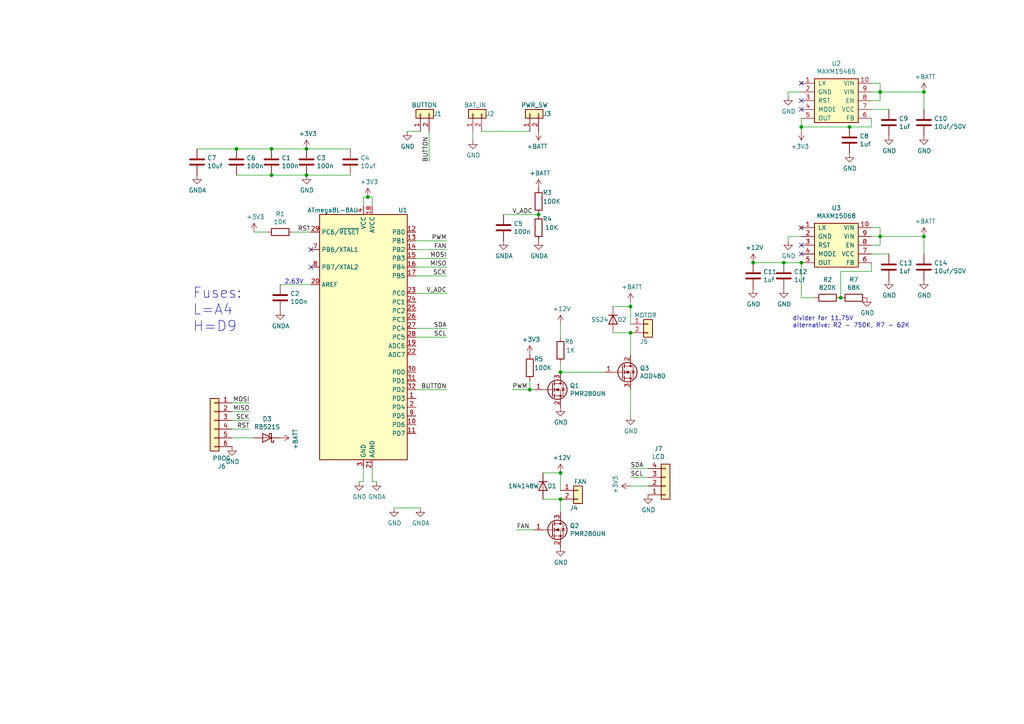
<source format=kicad_sch>
(kicad_sch (version 20230121) (generator eeschema)
  (paper "A4")
  (lib_symbols
    (symbol "ChainSawDIY-rescue:+3.3V-power" (power) (pin_names (offset 0))
      (property "Value" "+3.3V-power" (at 0 3.556 0))
      (symbol "+3.3V-power_0_1"
        (polyline (pts (xy -0.762 1.27) (xy 0 2.54)))
        (polyline (pts (xy 0 0) (xy 0 2.54)))
        (polyline (pts (xy 0 2.54) (xy 0.762 1.27)))
      )
      (symbol "+3.3V-power_1_1"
        (pin power_in line (at 0 0 90) (length 0) hide (name "+3V3") (number "1"))
      )
    )
    (symbol "ChainSawDIY-rescue:ATmega8L-8AU-MCU_Microchip_ATmega"
      (property "Reference" "U" (at -12.7 36.83 0))
      (property "Value" "MCU_Microchip_ATmega_ATmega8L-8AU" (at 5.08 -36.83 0))
      (symbol "ATmega8L-8AU-MCU_Microchip_ATmega_0_1"
        (rectangle (start -12.7 -35.56) (end 12.7 35.56) (stroke (width 0.254)) (fill (type background)))
      )
      (symbol "ATmega8L-8AU-MCU_Microchip_ATmega_1_1"
        (pin bidirectional line (at 15.24 -17.78 180) (length 2.54) (name "PD3") (number "1"))
        (pin bidirectional line (at 15.24 -25.4 180) (length 2.54) (name "PD6") (number "10"))
        (pin bidirectional line (at 15.24 -27.94 180) (length 2.54) (name "PD7") (number "11"))
        (pin bidirectional line (at 15.24 30.48 180) (length 2.54) (name "PB0") (number "12"))
        (pin bidirectional line (at 15.24 27.94 180) (length 2.54) (name "PB1") (number "13"))
        (pin bidirectional line (at 15.24 25.4 180) (length 2.54) (name "PB2") (number "14"))
        (pin bidirectional line (at 15.24 22.86 180) (length 2.54) (name "PB3") (number "15"))
        (pin bidirectional line (at 15.24 20.32 180) (length 2.54) (name "PB4") (number "16"))
        (pin bidirectional line (at 15.24 17.78 180) (length 2.54) (name "PB5") (number "17"))
        (pin power_in line (at 2.54 38.1 270) (length 2.54) (name "AVCC") (number "18"))
        (pin bidirectional line (at 15.24 -2.54 180) (length 2.54) (name "ADC6") (number "19"))
        (pin bidirectional line (at 15.24 -20.32 180) (length 2.54) (name "PD4") (number "2"))
        (pin input line (at -15.24 15.24 0) (length 2.54) (name "AREF") (number "20"))
        (pin power_in line (at 2.54 -38.1 90) (length 2.54) (name "AGND") (number "21"))
        (pin bidirectional line (at 15.24 -5.08 180) (length 2.54) (name "ADC7") (number "22"))
        (pin bidirectional line (at 15.24 12.7 180) (length 2.54) (name "PC0") (number "23"))
        (pin bidirectional line (at 15.24 10.16 180) (length 2.54) (name "PC1") (number "24"))
        (pin bidirectional line (at 15.24 7.62 180) (length 2.54) (name "PC2") (number "25"))
        (pin bidirectional line (at 15.24 5.08 180) (length 2.54) (name "PC3") (number "26"))
        (pin bidirectional line (at 15.24 2.54 180) (length 2.54) (name "PC4") (number "27"))
        (pin bidirectional line (at 15.24 0 180) (length 2.54) (name "PC5") (number "28"))
        (pin bidirectional line (at -15.24 30.48 0) (length 2.54) (name "PC6/~{RESET}") (number "29"))
        (pin power_in line (at 0 -38.1 90) (length 2.54) (name "GND") (number "3"))
        (pin bidirectional line (at 15.24 -10.16 180) (length 2.54) (name "PD0") (number "30"))
        (pin bidirectional line (at 15.24 -12.7 180) (length 2.54) (name "PD1") (number "31"))
        (pin bidirectional line (at 15.24 -15.24 180) (length 2.54) (name "PD2") (number "32"))
        (pin power_in line (at 0 38.1 270) (length 2.54) (name "VCC") (number "4"))
        (pin passive line (at 0 -38.1 90) (length 2.54) hide (name "GND") (number "5"))
        (pin passive line (at 0 38.1 270) (length 2.54) hide (name "VCC") (number "6"))
        (pin bidirectional line (at -15.24 25.4 0) (length 2.54) (name "PB6/XTAL1") (number "7"))
        (pin bidirectional line (at -15.24 20.32 0) (length 2.54) (name "PB7/XTAL2") (number "8"))
        (pin bidirectional line (at 15.24 -22.86 180) (length 2.54) (name "PD5") (number "9"))
      )
    )
    (symbol "ChainSawDIY-rescue:MAXM15465-KiCadCustomLibraries" (pin_names (offset 1.016))
      (property "Reference" "U" (at 5.08 7.62 0))
      (property "Value" "KiCadCustomLibraries_MAXM15465" (at 0 -7.62 0))
      (symbol "MAXM15465-KiCadCustomLibraries_1_1"
        (rectangle (start -6.35 6.35) (end 6.35 -6.35) (stroke (width 0.254)) (fill (type background)))
        (pin no_connect line (at -10.16 5.08 0) (length 3.81) (name "LX") (number "1"))
        (pin power_in line (at 10.16 5.08 180) (length 3.81) (name "VIN") (number "10"))
        (pin power_out line (at -10.16 2.54 0) (length 3.81) (name "GND") (number "2"))
        (pin open_collector line (at -10.16 0 0) (length 3.81) (name "RST") (number "3"))
        (pin input line (at -10.16 -2.54 0) (length 3.81) (name "MODE") (number "4"))
        (pin power_out line (at -10.16 -5.08 0) (length 3.81) (name "OUT") (number "5"))
        (pin input line (at 10.16 -5.08 180) (length 3.81) (name "FB") (number "6"))
        (pin output line (at 10.16 -2.54 180) (length 3.81) (name "VCC") (number "7"))
        (pin bidirectional line (at 10.16 0 180) (length 3.81) (name "EN") (number "8"))
        (pin power_in line (at 10.16 2.54 180) (length 3.81) (name "VIN") (number "9"))
      )
    )
    (symbol "Connector_Generic:Conn_01x02" (pin_names (offset 1.016) hide)
      (property "Reference" "J" (at 0 2.54 0))
      (property "Value" "Conn_01x02" (at 0 -5.08 0))
      (symbol "Conn_01x02_1_1"
        (rectangle (start -1.27 -2.413) (end 0 -2.667) (stroke (width 0.1524)))
        (rectangle (start -1.27 0.127) (end 0 -0.127) (stroke (width 0.1524)))
        (rectangle (start -1.27 1.27) (end 1.27 -3.81) (stroke (width 0.254)) (fill (type background)))
        (pin passive line (at -5.08 0 0) (length 3.81) (name "Pin_1") (number "1"))
        (pin passive line (at -5.08 -2.54 0) (length 3.81) (name "Pin_2") (number "2"))
      )
    )
    (symbol "Connector_Generic:Conn_01x04" (pin_names (offset 1.016) hide)
      (property "Reference" "J" (at 0 5.08 0))
      (property "Value" "Conn_01x04" (at 0 -7.62 0))
      (symbol "Conn_01x04_1_1"
        (rectangle (start -1.27 -4.953) (end 0 -5.207) (stroke (width 0.1524)))
        (rectangle (start -1.27 -2.413) (end 0 -2.667) (stroke (width 0.1524)))
        (rectangle (start -1.27 0.127) (end 0 -0.127) (stroke (width 0.1524)))
        (rectangle (start -1.27 2.667) (end 0 2.413) (stroke (width 0.1524)))
        (rectangle (start -1.27 3.81) (end 1.27 -6.35) (stroke (width 0.254)) (fill (type background)))
        (pin passive line (at -5.08 2.54 0) (length 3.81) (name "Pin_1") (number "1"))
        (pin passive line (at -5.08 0 0) (length 3.81) (name "Pin_2") (number "2"))
        (pin passive line (at -5.08 -2.54 0) (length 3.81) (name "Pin_3") (number "3"))
        (pin passive line (at -5.08 -5.08 0) (length 3.81) (name "Pin_4") (number "4"))
      )
    )
    (symbol "Connector_Generic:Conn_01x06" (pin_names (offset 1.016) hide)
      (property "Reference" "J" (at 0 7.62 0))
      (property "Value" "Conn_01x06" (at 0 -10.16 0))
      (symbol "Conn_01x06_1_1"
        (rectangle (start -1.27 -7.493) (end 0 -7.747) (stroke (width 0.1524)))
        (rectangle (start -1.27 -4.953) (end 0 -5.207) (stroke (width 0.1524)))
        (rectangle (start -1.27 -2.413) (end 0 -2.667) (stroke (width 0.1524)))
        (rectangle (start -1.27 0.127) (end 0 -0.127) (stroke (width 0.1524)))
        (rectangle (start -1.27 2.667) (end 0 2.413) (stroke (width 0.1524)))
        (rectangle (start -1.27 5.207) (end 0 4.953) (stroke (width 0.1524)))
        (rectangle (start -1.27 6.35) (end 1.27 -8.89) (stroke (width 0.254)) (fill (type background)))
        (pin passive line (at -5.08 5.08 0) (length 3.81) (name "Pin_1") (number "1"))
        (pin passive line (at -5.08 2.54 0) (length 3.81) (name "Pin_2") (number "2"))
        (pin passive line (at -5.08 0 0) (length 3.81) (name "Pin_3") (number "3"))
        (pin passive line (at -5.08 -2.54 0) (length 3.81) (name "Pin_4") (number "4"))
        (pin passive line (at -5.08 -5.08 0) (length 3.81) (name "Pin_5") (number "5"))
        (pin passive line (at -5.08 -7.62 0) (length 3.81) (name "Pin_6") (number "6"))
      )
    )
    (symbol "Device:C" (pin_numbers hide) (pin_names (offset 0.254))
      (property "Reference" "C" (at 0.635 2.54 0))
      (property "Value" "C" (at 0.635 -2.54 0))
      (symbol "C_0_1"
        (polyline (pts (xy -2.032 -0.762) (xy 2.032 -0.762)) (stroke (width 0.508)))
        (polyline (pts (xy -2.032 0.762) (xy 2.032 0.762)) (stroke (width 0.508)))
      )
      (symbol "C_1_1"
        (pin passive line (at 0 3.81 270) (length 2.794) (name "~") (number "1"))
        (pin passive line (at 0 -3.81 90) (length 2.794) (name "~") (number "2"))
      )
    )
    (symbol "Device:D" (pin_numbers hide) (pin_names (offset 1.016) hide)
      (property "Reference" "D" (at 0 2.54 0))
      (property "Value" "D" (at 0 -2.54 0))
      (symbol "D_0_1"
        (polyline (pts (xy -1.27 1.27) (xy -1.27 -1.27)) (stroke (width 0.254)))
        (polyline (pts (xy 1.27 0) (xy -1.27 0)))
        (polyline (pts (xy 1.27 1.27) (xy 1.27 -1.27) (xy -1.27 0) (xy 1.27 1.27)) (stroke (width 0.254)))
      )
      (symbol "D_1_1"
        (pin passive line (at -3.81 0 0) (length 2.54) (name "K") (number "1"))
        (pin passive line (at 3.81 0 180) (length 2.54) (name "A") (number "2"))
      )
    )
    (symbol "Device:D_Schottky" (pin_numbers hide) (pin_names (offset 1.016) hide)
      (property "Reference" "D" (at 0 2.54 0))
      (property "Value" "D_Schottky" (at 0 -2.54 0))
      (symbol "D_Schottky_0_1"
        (polyline (pts (xy 1.27 0) (xy -1.27 0)))
        (polyline (pts (xy 1.27 1.27) (xy 1.27 -1.27) (xy -1.27 0) (xy 1.27 1.27)) (stroke (width 0.254)))
        (polyline (pts (xy -1.905 0.635) (xy -1.905 1.27) (xy -1.27 1.27) (xy -1.27 -1.27) (xy -0.635 -1.27) (xy -0.635 -0.635)) (stroke (width 0.254)))
      )
      (symbol "D_Schottky_1_1"
        (pin passive line (at -3.81 0 0) (length 2.54) (name "K") (number "1"))
        (pin passive line (at 3.81 0 180) (length 2.54) (name "A") (number "2"))
      )
    )
    (symbol "Device:Q_NMOS_GSD" (pin_names (offset 0) hide)
      (property "Reference" "Q" (at 5.08 1.27 0))
      (property "Value" "Q_NMOS_GSD" (at 5.08 -1.27 0))
      (symbol "Q_NMOS_GSD_0_1"
        (polyline (pts (xy 0.254 0) (xy -2.54 0)))
        (polyline (pts (xy 0.254 1.905) (xy 0.254 -1.905)) (stroke (width 0.254)))
        (polyline (pts (xy 0.762 -1.27) (xy 0.762 -2.286)) (stroke (width 0.254)))
        (polyline (pts (xy 0.762 0.508) (xy 0.762 -0.508)) (stroke (width 0.254)))
        (polyline (pts (xy 0.762 2.286) (xy 0.762 1.27)) (stroke (width 0.254)))
        (polyline (pts (xy 2.54 2.54) (xy 2.54 1.778)))
        (polyline (pts (xy 2.54 -2.54) (xy 2.54 0) (xy 0.762 0)))
        (polyline (pts (xy 0.762 -1.778) (xy 3.302 -1.778) (xy 3.302 1.778) (xy 0.762 1.778)))
        (polyline (pts (xy 1.016 0) (xy 2.032 0.381) (xy 2.032 -0.381) (xy 1.016 0)) (fill (type outline)))
        (polyline (pts (xy 2.794 0.508) (xy 2.921 0.381) (xy 3.683 0.381) (xy 3.81 0.254)))
        (polyline (pts (xy 3.302 0.381) (xy 2.921 -0.254) (xy 3.683 -0.254) (xy 3.302 0.381)))
        (circle (center 1.651 0) (radius 2.794) (stroke (width 0.254)))
        (circle (center 2.54 -1.778) (radius 0.254) (fill (type outline)))
        (circle (center 2.54 1.778) (radius 0.254) (fill (type outline)))
      )
      (symbol "Q_NMOS_GSD_1_1"
        (pin input line (at -5.08 0 0) (length 2.54) (name "G") (number "1"))
        (pin passive line (at 2.54 -5.08 90) (length 2.54) (name "S") (number "2"))
        (pin passive line (at 2.54 5.08 270) (length 2.54) (name "D") (number "3"))
      )
    )
    (symbol "Device:R" (pin_numbers hide) (pin_names (offset 0))
      (property "Reference" "R" (at 2.032 0 90))
      (property "Value" "R" (at 0 0 90))
      (symbol "R_0_1"
        (rectangle (start -1.016 -2.54) (end 1.016 2.54) (stroke (width 0.254)))
      )
      (symbol "R_1_1"
        (pin passive line (at 0 3.81 270) (length 1.27) (name "~") (number "1"))
        (pin passive line (at 0 -3.81 90) (length 1.27) (name "~") (number "2"))
      )
    )
    (symbol "Transistor_FET:IRLZ44N" (pin_names hide)
      (property "Reference" "Q" (at 6.35 1.905 0))
      (property "Value" "IRLZ44N" (at 6.35 0 0))
      (symbol "IRLZ44N_0_1"
        (polyline (pts (xy 0.254 0) (xy -2.54 0)))
        (polyline (pts (xy 0.254 1.905) (xy 0.254 -1.905)) (stroke (width 0.254)))
        (polyline (pts (xy 0.762 -1.27) (xy 0.762 -2.286)) (stroke (width 0.254)))
        (polyline (pts (xy 0.762 0.508) (xy 0.762 -0.508)) (stroke (width 0.254)))
        (polyline (pts (xy 0.762 2.286) (xy 0.762 1.27)) (stroke (width 0.254)))
        (polyline (pts (xy 2.54 2.54) (xy 2.54 1.778)))
        (polyline (pts (xy 2.54 -2.54) (xy 2.54 0) (xy 0.762 0)))
        (polyline (pts (xy 0.762 -1.778) (xy 3.302 -1.778) (xy 3.302 1.778) (xy 0.762 1.778)))
        (polyline (pts (xy 1.016 0) (xy 2.032 0.381) (xy 2.032 -0.381) (xy 1.016 0)) (fill (type outline)))
        (polyline (pts (xy 2.794 0.508) (xy 2.921 0.381) (xy 3.683 0.381) (xy 3.81 0.254)))
        (polyline (pts (xy 3.302 0.381) (xy 2.921 -0.254) (xy 3.683 -0.254) (xy 3.302 0.381)))
        (circle (center 1.651 0) (radius 2.794) (stroke (width 0.254)))
        (circle (center 2.54 -1.778) (radius 0.254) (fill (type outline)))
        (circle (center 2.54 1.778) (radius 0.254) (fill (type outline)))
      )
      (symbol "IRLZ44N_1_1"
        (pin input line (at -5.08 0 0) (length 2.54) (name "G") (number "1"))
        (pin passive line (at 2.54 5.08 270) (length 2.54) (name "D") (number "2"))
        (pin passive line (at 2.54 -5.08 90) (length 2.54) (name "S") (number "3"))
      )
    )
    (symbol "power:+12V" (power) (pin_names (offset 0))
      (property "Value" "+12V" (at 0 3.556 0))
      (symbol "+12V_0_1"
        (polyline (pts (xy -0.762 1.27) (xy 0 2.54)))
        (polyline (pts (xy 0 0) (xy 0 2.54)))
        (polyline (pts (xy 0 2.54) (xy 0.762 1.27)))
      )
      (symbol "+12V_1_1"
        (pin power_in line (at 0 0 90) (length 0) hide (name "+12V") (number "1"))
      )
    )
    (symbol "power:+BATT" (power) (pin_names (offset 0))
      (property "Value" "+BATT" (at 0 3.556 0))
      (symbol "+BATT_0_1"
        (polyline (pts (xy -0.762 1.27) (xy 0 2.54)))
        (polyline (pts (xy 0 0) (xy 0 2.54)))
        (polyline (pts (xy 0 2.54) (xy 0.762 1.27)))
      )
      (symbol "+BATT_1_1"
        (pin power_in line (at 0 0 90) (length 0) hide (name "+BATT") (number "1"))
      )
    )
    (symbol "power:GND" (power) (pin_names (offset 0))
      (property "Value" "GND" (at 0 -3.81 0))
      (symbol "GND_0_1"
        (polyline (pts (xy 0 0) (xy 0 -1.27) (xy 1.27 -1.27) (xy 0 -2.54) (xy -1.27 -1.27) (xy 0 -1.27)))
      )
      (symbol "GND_1_1"
        (pin power_in line (at 0 0 270) (length 0) hide (name "GND") (number "1"))
      )
    )
    (symbol "power:GNDA" (power) (pin_names (offset 0))
      (property "Value" "GNDA" (at 0 -3.81 0))
      (symbol "GNDA_0_1"
        (polyline (pts (xy 0 0) (xy 0 -1.27) (xy 1.27 -1.27) (xy 0 -2.54) (xy -1.27 -1.27) (xy 0 -1.27)))
      )
      (symbol "GNDA_1_1"
        (pin power_in line (at 0 0 270) (length 0) hide (name "GNDA") (number "1"))
      )
    )
  )
  (junction (at 232.41 36.83))
  (junction (at 162.56 137.16))
  (junction (at 68.58 43.18))
  (junction (at 232.41 76.2))
  (junction (at 153.67 113.03))
  (junction (at 246.38 36.83))
  (junction (at 243.84 86.36))
  (junction (at 218.44 76.2))
  (junction (at 162.56 107.95))
  (junction (at 156.21 62.23))
  (junction (at 267.97 26.67))
  (junction (at 78.74 50.8))
  (junction (at 106.68 57.15))
  (junction (at 182.88 88.9))
  (junction (at 267.97 68.58))
  (junction (at 78.74 43.18))
  (junction (at 182.88 96.52))
  (junction (at 255.27 26.67))
  (junction (at 88.9 43.18))
  (junction (at 88.9 50.8))
  (junction (at 227.33 76.2))
  (junction (at 162.56 144.78))
  (junction (at 255.27 68.58))
  (no_connect (at 232.41 71.12))
  (no_connect (at 232.41 29.21))
  (no_connect (at 232.41 31.75))
  (no_connect (at 232.41 66.04))
  (no_connect (at 90.17 77.47))
  (no_connect (at 90.17 72.39))
  (no_connect (at 232.41 73.66))
  (no_connect (at 232.41 24.13))
  (wire (pts (xy 255.27 24.13) (xy 255.27 26.67)))
  (wire (pts (xy 255.27 71.12) (xy 252.73 71.12)))
  (wire (pts (xy 106.68 57.15) (xy 107.95 57.15)))
  (wire (pts (xy 162.56 105.41) (xy 162.56 107.95)))
  (wire (pts (xy 72.39 121.92) (xy 67.31 121.92)))
  (wire (pts (xy 78.74 43.18) (xy 88.9 43.18)))
  (wire (pts (xy 154.94 113.03) (xy 153.67 113.03)))
  (wire (pts (xy 78.74 50.8) (xy 88.9 50.8)))
  (wire (pts (xy 228.6 27.94) (xy 228.6 26.67)))
  (wire (pts (xy 153.67 113.03) (xy 148.59 113.03)))
  (wire (pts (xy 90.17 67.31) (xy 85.09 67.31)))
  (wire (pts (xy 118.11 38.1) (xy 121.92 38.1)))
  (wire (pts (xy 177.8 96.52) (xy 182.88 96.52)))
  (wire (pts (xy 121.92 147.32) (xy 114.3 147.32)))
  (wire (pts (xy 218.44 76.2) (xy 227.33 76.2)))
  (wire (pts (xy 232.41 34.29) (xy 232.41 36.83)))
  (wire (pts (xy 120.65 85.09) (xy 129.54 85.09)))
  (wire (pts (xy 267.97 73.66) (xy 267.97 68.58)))
  (wire (pts (xy 182.88 96.52) (xy 182.88 102.87)))
  (wire (pts (xy 267.97 68.58) (xy 255.27 68.58)))
  (wire (pts (xy 107.95 135.89) (xy 107.95 139.7)))
  (wire (pts (xy 267.97 31.75) (xy 267.97 26.67)))
  (wire (pts (xy 90.17 82.55) (xy 81.28 82.55)))
  (wire (pts (xy 182.88 88.9) (xy 182.88 93.98)))
  (wire (pts (xy 105.41 135.89) (xy 105.41 139.7)))
  (wire (pts (xy 252.73 26.67) (xy 255.27 26.67)))
  (wire (pts (xy 105.41 57.15) (xy 106.68 57.15)))
  (wire (pts (xy 246.38 36.83) (xy 252.73 36.83)))
  (wire (pts (xy 120.65 72.39) (xy 129.54 72.39)))
  (wire (pts (xy 68.58 50.8) (xy 78.74 50.8)))
  (wire (pts (xy 232.41 86.36) (xy 232.41 76.2)))
  (wire (pts (xy 120.65 97.79) (xy 129.54 97.79)))
  (wire (pts (xy 107.95 57.15) (xy 107.95 59.69)))
  (wire (pts (xy 187.96 138.43) (xy 182.88 138.43)))
  (wire (pts (xy 129.54 77.47) (xy 120.65 77.47)))
  (wire (pts (xy 252.73 68.58) (xy 255.27 68.58)))
  (wire (pts (xy 120.65 113.03) (xy 129.54 113.03)))
  (wire (pts (xy 77.47 67.31) (xy 73.66 67.31)))
  (wire (pts (xy 154.94 153.67) (xy 149.86 153.67)))
  (wire (pts (xy 73.66 127) (xy 67.31 127)))
  (wire (pts (xy 255.27 26.67) (xy 255.27 29.21)))
  (wire (pts (xy 88.9 43.18) (xy 101.6 43.18)))
  (wire (pts (xy 255.27 29.21) (xy 252.73 29.21)))
  (wire (pts (xy 252.73 78.74) (xy 243.84 78.74)))
  (wire (pts (xy 252.73 66.04) (xy 255.27 66.04)))
  (wire (pts (xy 162.56 107.95) (xy 175.26 107.95)))
  (wire (pts (xy 120.65 74.93) (xy 129.54 74.93)))
  (wire (pts (xy 105.41 139.7) (xy 104.14 139.7)))
  (wire (pts (xy 156.21 62.23) (xy 146.05 62.23)))
  (wire (pts (xy 255.27 68.58) (xy 255.27 71.12)))
  (wire (pts (xy 139.7 38.1) (xy 153.67 38.1)))
  (wire (pts (xy 252.73 36.83) (xy 252.73 34.29)))
  (wire (pts (xy 177.8 88.9) (xy 182.88 88.9)))
  (wire (pts (xy 153.67 110.49) (xy 153.67 113.03)))
  (wire (pts (xy 232.41 36.83) (xy 246.38 36.83)))
  (wire (pts (xy 57.15 43.18) (xy 68.58 43.18)))
  (wire (pts (xy 88.9 50.8) (xy 101.6 50.8)))
  (wire (pts (xy 120.65 80.01) (xy 129.54 80.01)))
  (wire (pts (xy 162.56 93.98) (xy 162.56 97.79)))
  (wire (pts (xy 137.16 38.1) (xy 137.16 40.64)))
  (wire (pts (xy 68.58 43.18) (xy 78.74 43.18)))
  (wire (pts (xy 157.48 137.16) (xy 162.56 137.16)))
  (wire (pts (xy 162.56 144.78) (xy 162.56 148.59)))
  (wire (pts (xy 232.41 76.2) (xy 227.33 76.2)))
  (wire (pts (xy 252.73 24.13) (xy 255.27 24.13)))
  (wire (pts (xy 236.22 86.36) (xy 232.41 86.36)))
  (wire (pts (xy 228.6 68.58) (xy 232.41 68.58)))
  (wire (pts (xy 107.95 139.7) (xy 109.22 139.7)))
  (wire (pts (xy 228.6 26.67) (xy 232.41 26.67)))
  (wire (pts (xy 243.84 78.74) (xy 243.84 86.36)))
  (wire (pts (xy 124.46 38.1) (xy 124.46 46.99)))
  (wire (pts (xy 228.6 69.85) (xy 228.6 68.58)))
  (wire (pts (xy 267.97 26.67) (xy 255.27 26.67)))
  (wire (pts (xy 187.96 135.89) (xy 182.88 135.89)))
  (wire (pts (xy 120.65 69.85) (xy 129.54 69.85)))
  (wire (pts (xy 187.96 140.97) (xy 182.88 140.97)))
  (wire (pts (xy 162.56 137.16) (xy 162.56 142.24)))
  (wire (pts (xy 67.31 119.38) (xy 72.39 119.38)))
  (wire (pts (xy 232.41 36.83) (xy 232.41 38.1)))
  (wire (pts (xy 252.73 78.74) (xy 252.73 76.2)))
  (wire (pts (xy 182.88 113.03) (xy 182.88 120.65)))
  (wire (pts (xy 252.73 73.66) (xy 257.81 73.66)))
  (wire (pts (xy 162.56 144.78) (xy 157.48 144.78)))
  (wire (pts (xy 129.54 95.25) (xy 120.65 95.25)))
  (wire (pts (xy 182.88 87.63) (xy 182.88 88.9)))
  (wire (pts (xy 105.41 57.15) (xy 105.41 59.69)))
  (wire (pts (xy 67.31 124.46) (xy 72.39 124.46)))
  (wire (pts (xy 67.31 116.84) (xy 72.39 116.84)))
  (wire (pts (xy 252.73 31.75) (xy 257.81 31.75)))
  (wire (pts (xy 255.27 66.04) (xy 255.27 68.58)))
  (text "divider for 11.75V\nalternative: R2 - 750K, R7 - 62K" (at 229.87 95.25 0) (effects (font (size 1.27 1.27)) (justify left bottom)))
  (text "Fuses:\nL=A4\nH=D9" (at 55.88 96.52 0) (effects (font (size 2.9972 2.9972)) (justify left bottom)))
  (text "2.63V" (at 82.55 82.55 0) (effects (font (size 1.27 1.27)) (justify left bottom)))
  (label "SCK" (at 129.54 80.01 180))
  (label "SCK" (at 72.39 121.92 180))
  (label "FAN" (at 149.86 153.67 0))
  (label "SCL" (at 129.54 97.79 180))
  (label "SCL" (at 182.88 138.43 0))
  (label "SDA" (at 129.54 95.25 180))
  (label "FAN" (at 129.54 72.39 180))
  (label "BUTTON" (at 129.54 113.03 180))
  (label "PWM" (at 129.54 69.85 180))
  (label "MOSI" (at 72.39 116.84 180))
  (label "MISO" (at 129.54 77.47 180))
  (label "RST" (at 72.39 124.46 180))
  (label "V_ADC" (at 129.54 85.09 180))
  (label "SDA" (at 182.88 135.89 0))
  (label "PWM" (at 148.59 113.03 0))
  (label "RST" (at 86.36 67.31 0))
  (label "MISO" (at 72.39 119.38 180))
  (label "MOSI" (at 129.54 74.93 180))
  (label "BUTTON" (at 124.46 46.99 90))
  (label "V_ADC" (at 148.59 62.23 0))
  (symbol (lib_id "Transistor_FET:IRLZ44N") (at 180.34 107.95 0) (unit 1)
    (property "Reference" "Q3" (at 185.5724 106.7816 0) (effects (justify left)))
    (property "Value" "AOD480" (at 185.5724 109.093 0) (effects (justify left)))
    (property "Footprint" "TO_SOT_Packages_SMD:TO-252-2_Rectifier" (effects hide))
    (property "Datasheet" "http://www.irf.com/product-info/datasheets/data/irlz44n.pdf" (effects hide))
  )
  (symbol (lib_id "ChainSawDIY-rescue:ATmega8L-8AU-MCU_Microchip_ATmega") (at 105.41 97.79 0) (unit 1)
    (property "Reference" "U1" (at 116.84 60.96 0))
    (property "Value" "ATmega8L-8AU" (at 96.52 60.96 0))
    (property "Footprint" "Housings_QFP:LQFP-32_7x7mm_Pitch0.8mm" (effects hide))
    (property "Datasheet" "http://ww1.microchip.com/downloads/en/DeviceDoc/atmel-2486-8-bit-avr-microcontroller-atmega8_l_datasheet.pdf" (effects hide))
  )
  (symbol (lib_id "Device:C") (at 88.9 46.99 0) (unit 1)
    (property "Reference" "C3" (at 91.821 45.8216 0) (effects (justify left)))
    (property "Value" "100n" (at 91.821 48.133 0) (effects (justify left)))
    (property "Footprint" "Capacitors_SMD:C_0603" (effects hide))
  )
  (symbol (lib_id "Device:C") (at 78.74 46.99 0) (unit 1)
    (property "Reference" "C1" (at 81.661 45.8216 0) (effects (justify left)))
    (property "Value" "100n" (at 81.661 48.133 0) (effects (justify left)))
    (property "Footprint" "Capacitors_SMD:C_0603" (effects hide))
  )
  (symbol (lib_id "Device:C") (at 101.6 46.99 0) (unit 1)
    (property "Reference" "C4" (at 104.521 45.8216 0) (effects (justify left)))
    (property "Value" "10uf" (at 104.521 48.133 0) (effects (justify left)))
    (property "Footprint" "Capacitors_SMD:C_0603" (effects hide))
  )
  (symbol (lib_id "power:GND") (at 88.9 50.8 0) (unit 1)
    (property "Reference" "#PWR0101" (effects hide))
    (property "Value" "GND" (at 89.027 55.1942 0))
  )
  (symbol (lib_id "power:GND") (at 104.14 139.7 0) (unit 1)
    (property "Reference" "#PWR0103" (effects hide))
    (property "Value" "GND" (at 104.267 144.0942 0))
  )
  (symbol (lib_id "Device:C") (at 81.28 86.36 0) (unit 1)
    (property "Reference" "C2" (at 84.201 85.1916 0) (effects (justify left)))
    (property "Value" "100n" (at 84.201 87.503 0) (effects (justify left)))
    (property "Footprint" "Capacitors_SMD:C_0603" (effects hide))
  )
  (symbol (lib_id "Device:R") (at 81.28 67.31 90) (unit 1)
    (property "Reference" "R1" (at 81.28 62.0522 90))
    (property "Value" "10K" (at 81.28 64.3636 90))
    (property "Footprint" "Resistors_SMD:R_0603" (effects hide))
  )
  (symbol (lib_id "power:GNDA") (at 109.22 139.7 0) (unit 1)
    (property "Reference" "#PWR0102" (effects hide))
    (property "Value" "GNDA" (at 109.347 144.0942 0))
  )
  (symbol (lib_id "power:GND") (at 114.3 147.32 0) (unit 1)
    (property "Reference" "#PWR0104" (effects hide))
    (property "Value" "GND" (at 114.427 151.7142 0))
  )
  (symbol (lib_id "power:GNDA") (at 121.92 147.32 0) (unit 1)
    (property "Reference" "#PWR0105" (effects hide))
    (property "Value" "GNDA" (at 122.047 151.7142 0))
  )
  (symbol (lib_id "power:GNDA") (at 81.28 90.17 0) (unit 1)
    (property "Reference" "#PWR0106" (effects hide))
    (property "Value" "GNDA" (at 81.407 94.5642 0))
  )
  (symbol (lib_id "Device:R") (at 156.21 58.42 0) (unit 1)
    (property "Reference" "R3" (at 158.75 55.88 0))
    (property "Value" "100K" (at 160.02 58.42 0))
    (property "Footprint" "Resistors_SMD:R_0603" (effects hide))
  )
  (symbol (lib_id "Device:R") (at 156.21 66.04 0) (unit 1)
    (property "Reference" "R4" (at 158.75 63.5 0))
    (property "Value" "10K" (at 160.02 66.04 0))
    (property "Footprint" "Resistors_SMD:R_0603" (effects hide))
  )
  (symbol (lib_id "power:GNDA") (at 156.21 69.85 0) (unit 1)
    (property "Reference" "#PWR0120" (effects hide))
    (property "Value" "GNDA" (at 156.337 74.2442 0))
  )
  (symbol (lib_id "power:+BATT") (at 156.21 54.61 0) (unit 1)
    (property "Reference" "#PWR0121" (effects hide))
    (property "Value" "+BATT" (at 156.591 50.2158 0))
  )
  (symbol (lib_id "Device:C") (at 146.05 66.04 0) (unit 1)
    (property "Reference" "C5" (at 148.971 64.8716 0) (effects (justify left)))
    (property "Value" "100n" (at 148.971 67.183 0) (effects (justify left)))
    (property "Footprint" "Capacitors_SMD:C_0603" (effects hide))
  )
  (symbol (lib_id "power:GNDA") (at 146.05 69.85 0) (unit 1)
    (property "Reference" "#PWR0122" (effects hide))
    (property "Value" "GNDA" (at 146.177 74.2442 0))
  )
  (symbol (lib_id "Device:Q_NMOS_GSD") (at 160.02 113.03 0) (unit 1)
    (property "Reference" "Q1" (at 165.2524 111.8616 0) (effects (justify left)))
    (property "Value" "PMR280UN" (at 165.2524 114.173 0) (effects (justify left)))
    (property "Footprint" "KiCadCustomLibs:SC75-3" (effects hide))
  )
  (symbol (lib_id "Device:R") (at 162.56 101.6 0) (unit 1)
    (property "Reference" "R6" (at 165.1 99.06 0))
    (property "Value" "1K" (at 165.5064 101.6 0))
    (property "Footprint" "Resistors_SMD:R_0603" (effects hide))
  )
  (symbol (lib_id "power:+12V") (at 162.56 93.98 0) (unit 1)
    (property "Reference" "#PWR0107" (effects hide))
    (property "Value" "+12V" (at 162.941 89.5858 0))
  )
  (symbol (lib_id "power:GND") (at 162.56 118.11 0) (unit 1)
    (property "Reference" "#PWR0108" (effects hide))
    (property "Value" "GND" (at 162.687 122.5042 0))
  )
  (symbol (lib_id "power:GND") (at 182.88 120.65 0) (unit 1)
    (property "Reference" "#PWR0109" (effects hide))
    (property "Value" "GND" (at 183.007 125.0442 0))
  )
  (symbol (lib_id "Connector_Generic:Conn_01x02") (at 153.67 33.02 90) (unit 1)
    (property "Reference" "J3" (at 157.48 33.02 90) (effects (justify right)))
    (property "Value" "PWR_SW" (at 151.13 30.48 90) (effects (justify right)))
    (property "Footprint" "KiCadCustomLibs:Conn_Power" (effects hide))
  )
  (symbol (lib_id "Connector_Generic:Conn_01x02") (at 137.16 33.02 90) (unit 1)
    (property "Reference" "J2" (at 140.97 33.02 90) (effects (justify right)))
    (property "Value" "BAT_IN" (at 134.62 30.48 90) (effects (justify right)))
    (property "Footprint" "KiCadCustomLibs:Conn_Power" (effects hide))
  )
  (symbol (lib_id "power:GND") (at 137.16 40.64 0) (unit 1)
    (property "Reference" "#PWR0110" (effects hide))
    (property "Value" "GND" (at 137.287 45.0342 0))
  )
  (symbol (lib_id "power:+BATT") (at 156.21 38.1 180) (unit 1)
    (property "Reference" "#PWR0111" (effects hide))
    (property "Value" "+BATT" (at 155.829 42.4942 0))
  )
  (symbol (lib_id "Connector_Generic:Conn_01x02") (at 187.96 93.98 0) (unit 1)
    (property "Reference" "J5" (at 187.96 99.06 0) (effects (justify right)))
    (property "Value" "MOTOR" (at 190.5 91.44 0) (effects (justify right)))
    (property "Footprint" "KiCadCustomLibs:Conn_Power" (effects hide))
  )
  (symbol (lib_id "power:+BATT") (at 182.88 87.63 0) (unit 1)
    (property "Reference" "#PWR0112" (effects hide))
    (property "Value" "+BATT" (at 183.261 83.2358 0))
  )
  (symbol (lib_id "Device:R") (at 153.67 106.68 0) (unit 1)
    (property "Reference" "R5" (at 156.21 104.14 0))
    (property "Value" "100K" (at 157.48 106.68 0))
    (property "Footprint" "Resistors_SMD:R_0603" (effects hide))
  )
  (symbol (lib_id "Connector_Generic:Conn_01x02") (at 121.92 33.02 90) (unit 1)
    (property "Reference" "J1" (at 125.73 33.02 90) (effects (justify right)))
    (property "Value" "BUTTON" (at 119.38 30.48 90) (effects (justify right)))
    (property "Footprint" "KiCadCustomLibs:Conn2pin_2.54mm" (effects hide))
  )
  (symbol (lib_id "power:GND") (at 118.11 38.1 0) (unit 1)
    (property "Reference" "#PWR0113" (effects hide))
    (property "Value" "GND" (at 118.237 42.4942 0))
  )
  (symbol (lib_id "Device:Q_NMOS_GSD") (at 160.02 153.67 0) (unit 1)
    (property "Reference" "Q2" (at 165.2524 152.5016 0) (effects (justify left)))
    (property "Value" "PMR280UN" (at 165.2524 154.813 0) (effects (justify left)))
    (property "Footprint" "KiCadCustomLibs:SC75-3" (effects hide))
  )
  (symbol (lib_id "Connector_Generic:Conn_01x02") (at 167.64 142.24 0) (unit 1)
    (property "Reference" "J4" (at 167.64 147.32 0) (effects (justify right)))
    (property "Value" "FAN" (at 170.18 139.7 0) (effects (justify right)))
    (property "Footprint" "KiCadCustomLibs:Conn2pin_2.54mm" (effects hide))
  )
  (symbol (lib_id "power:+12V") (at 162.56 137.16 0) (unit 1)
    (property "Reference" "#PWR0114" (effects hide))
    (property "Value" "+12V" (at 162.941 132.7658 0))
  )
  (symbol (lib_id "power:GND") (at 162.56 158.75 0) (unit 1)
    (property "Reference" "#PWR0115" (effects hide))
    (property "Value" "GND" (at 162.687 163.1442 0))
  )
  (symbol (lib_id "Connector_Generic:Conn_01x04") (at 193.04 140.97 0) (mirror x) (unit 1)
    (property "Reference" "J7" (at 190.9572 130.175 0))
    (property "Value" "LCD" (at 190.9572 132.4864 0))
    (property "Footprint" "Pin_Headers:Pin_Header_Straight_1x04_Pitch2.54mm" (effects hide))
  )
  (symbol (lib_id "Connector_Generic:Conn_01x06") (at 62.23 121.92 0) (mirror y) (unit 1)
    (property "Reference" "J6" (at 64.3128 135.255 0))
    (property "Value" "PROG" (at 64.3128 132.9436 0))
    (property "Footprint" "Connectors_Molex:Molex_PicoBlade_53047-0610_06x1.25mm_Straight" (effects hide))
  )
  (symbol (lib_id "power:GND") (at 187.96 143.51 0) (unit 1)
    (property "Reference" "#PWR0123" (effects hide))
    (property "Value" "GND" (at 188.087 147.9042 0))
  )
  (symbol (lib_id "ChainSawDIY-rescue:+3.3V-power") (at 182.88 140.97 90) (unit 1)
    (property "Reference" "#PWR0124" (effects hide))
    (property "Value" "+3.3V" (at 178.4858 140.589 0))
  )
  (symbol (lib_id "Device:D") (at 157.48 140.97 270) (unit 1)
    (property "Reference" "D1" (at 158.75 140.97 90) (effects (justify left)))
    (property "Value" "1N4148W" (at 147.32 140.97 90) (effects (justify left)))
    (property "Footprint" "Diodes_SMD:D_SOD-123" (effects hide))
  )
  (symbol (lib_id "power:GND") (at 67.31 129.54 0) (unit 1)
    (property "Reference" "#PWR0126" (effects hide))
    (property "Value" "GND" (at 67.437 133.9342 0))
  )
  (symbol (lib_id "Device:D") (at 177.8 92.71 270) (unit 1)
    (property "Reference" "D2" (at 179.07 92.71 90) (effects (justify left)))
    (property "Value" "SS24" (at 171.45 92.71 90) (effects (justify left)))
    (property "Footprint" "Diodes_SMD:D_SMB" (effects hide))
  )
  (symbol (lib_id "ChainSawDIY-rescue:+3.3V-power") (at 73.66 67.31 0) (unit 1)
    (property "Reference" "#PWR0116" (effects hide))
    (property "Value" "+3.3V" (at 74.041 62.9158 0))
  )
  (symbol (lib_id "ChainSawDIY-rescue:+3.3V-power") (at 88.9 43.18 0) (unit 1)
    (property "Reference" "#PWR0117" (effects hide))
    (property "Value" "+3.3V" (at 89.281 38.7858 0))
  )
  (symbol (lib_id "ChainSawDIY-rescue:+3.3V-power") (at 153.67 102.87 0) (unit 1)
    (property "Reference" "#PWR0118" (effects hide))
    (property "Value" "+3.3V" (at 154.051 98.4758 0))
  )
  (symbol (lib_id "ChainSawDIY-rescue:+3.3V-power") (at 106.68 57.15 0) (unit 1)
    (property "Reference" "#PWR0119" (effects hide))
    (property "Value" "+3.3V" (at 107.061 52.7558 0))
  )
  (symbol (lib_id "Device:C") (at 68.58 46.99 0) (unit 1)
    (property "Reference" "C6" (at 71.501 45.8216 0) (effects (justify left)))
    (property "Value" "100n" (at 71.501 48.133 0) (effects (justify left)))
    (property "Footprint" "Capacitors_SMD:C_0603" (effects hide))
  )
  (symbol (lib_id "Device:C") (at 57.15 46.99 0) (unit 1)
    (property "Reference" "C7" (at 60.071 45.8216 0) (effects (justify left)))
    (property "Value" "10uf" (at 60.071 48.133 0) (effects (justify left)))
    (property "Footprint" "Capacitors_SMD:C_0603" (effects hide))
  )
  (symbol (lib_id "power:GNDA") (at 57.15 50.8 0) (unit 1)
    (property "Reference" "#PWR0128" (effects hide))
    (property "Value" "GNDA" (at 57.277 55.1942 0))
  )
  (symbol (lib_id "ChainSawDIY-rescue:+3.3V-power") (at 232.41 38.1 180) (unit 1)
    (property "Reference" "#PWR0130" (effects hide))
    (property "Value" "+3.3V" (at 232.029 42.4942 0))
  )
  (symbol (lib_id "Device:C") (at 257.81 35.56 0) (unit 1)
    (property "Reference" "C9" (at 260.731 34.3916 0) (effects (justify left)))
    (property "Value" "1uf" (at 260.731 36.703 0) (effects (justify left)))
    (property "Footprint" "Capacitors_SMD:C_0603" (effects hide))
  )
  (symbol (lib_id "power:GND") (at 257.81 39.37 0) (unit 1)
    (property "Reference" "#PWR0129" (effects hide))
    (property "Value" "GND" (at 257.937 43.7642 0))
  )
  (symbol (lib_id "power:+BATT") (at 267.97 26.67 0) (unit 1)
    (property "Reference" "#PWR0131" (effects hide))
    (property "Value" "+BATT" (at 268.351 22.2758 0))
  )
  (symbol (lib_id "Device:C") (at 267.97 35.56 0) (unit 1)
    (property "Reference" "C10" (at 270.891 34.3916 0) (effects (justify left)))
    (property "Value" "10uf/50V" (at 270.891 36.703 0) (effects (justify left)))
    (property "Footprint" "Capacitors_SMD:C_0603" (effects hide))
  )
  (symbol (lib_id "power:GND") (at 267.97 39.37 0) (unit 1)
    (property "Reference" "#PWR0132" (effects hide))
    (property "Value" "GND" (at 268.097 43.7642 0))
  )
  (symbol (lib_id "Device:C") (at 246.38 40.64 0) (unit 1)
    (property "Reference" "C8" (at 249.301 39.4716 0) (effects (justify left)))
    (property "Value" "1uf" (at 249.301 41.783 0) (effects (justify left)))
    (property "Footprint" "Capacitors_SMD:C_0603" (effects hide))
  )
  (symbol (lib_id "power:GND") (at 246.38 44.45 0) (unit 1)
    (property "Reference" "#PWR0133" (effects hide))
    (property "Value" "GND" (at 246.507 48.8442 0))
  )
  (symbol (lib_id "ChainSawDIY-rescue:MAXM15465-KiCadCustomLibraries") (at 242.57 29.21 0) (unit 1)
    (property "Reference" "U2" (at 242.57 18.415 0))
    (property "Value" "MAXM15465" (at 242.57 20.7264 0))
    (property "Footprint" "KiCadCustomLibs:MAXM15465" (effects hide))
    (property "Datasheet" "https://datasheets.maximintegrated.com/en/ds/MAXM15465-MAXM15467.pdf" (effects hide))
  )
  (symbol (lib_id "power:GND") (at 228.6 27.94 0) (unit 1)
    (property "Reference" "#PWR0134" (effects hide))
    (property "Value" "GND" (at 228.727 32.3342 0))
  )
  (symbol (lib_id "Device:C") (at 257.81 77.47 0) (unit 1)
    (property "Reference" "C13" (at 260.731 76.3016 0) (effects (justify left)))
    (property "Value" "1uf" (at 260.731 78.613 0) (effects (justify left)))
    (property "Footprint" "Capacitors_SMD:C_0603" (effects hide))
  )
  (symbol (lib_id "power:GND") (at 257.81 81.28 0) (unit 1)
    (property "Reference" "#PWR0125" (effects hide))
    (property "Value" "GND" (at 257.937 85.6742 0))
  )
  (symbol (lib_id "power:+BATT") (at 267.97 68.58 0) (unit 1)
    (property "Reference" "#PWR0135" (effects hide))
    (property "Value" "+BATT" (at 268.351 64.1858 0))
  )
  (symbol (lib_id "Device:C") (at 267.97 77.47 0) (unit 1)
    (property "Reference" "C14" (at 270.891 76.3016 0) (effects (justify left)))
    (property "Value" "10uf/50V" (at 270.891 78.613 0) (effects (justify left)))
    (property "Footprint" "Capacitors_SMD:C_0603" (effects hide))
  )
  (symbol (lib_id "power:GND") (at 267.97 81.28 0) (unit 1)
    (property "Reference" "#PWR0136" (effects hide))
    (property "Value" "GND" (at 268.097 85.6742 0))
  )
  (symbol (lib_id "Device:C") (at 227.33 80.01 0) (unit 1)
    (property "Reference" "C12" (at 230.251 78.8416 0) (effects (justify left)))
    (property "Value" "1uf" (at 230.251 81.153 0) (effects (justify left)))
    (property "Footprint" "Capacitors_SMD:C_0603" (effects hide))
  )
  (symbol (lib_id "power:GND") (at 227.33 83.82 0) (unit 1)
    (property "Reference" "#PWR0137" (effects hide))
    (property "Value" "GND" (at 227.457 88.2142 0))
  )
  (symbol (lib_id "ChainSawDIY-rescue:MAXM15465-KiCadCustomLibraries") (at 242.57 71.12 0) (unit 1)
    (property "Reference" "U3" (at 242.57 60.325 0))
    (property "Value" "MAXM15068" (at 242.57 62.6364 0))
    (property "Footprint" "KiCadCustomLibs:MAXM15465" (effects hide))
    (property "Datasheet" "https://datasheets.maximintegrated.com/en/ds/MAXM15465-MAXM15467.pdf" (effects hide))
  )
  (symbol (lib_id "power:GND") (at 228.6 69.85 0) (unit 1)
    (property "Reference" "#PWR0138" (effects hide))
    (property "Value" "GND" (at 228.727 74.2442 0))
  )
  (symbol (lib_id "Device:C") (at 218.44 80.01 0) (unit 1)
    (property "Reference" "C11" (at 221.361 78.8416 0) (effects (justify left)))
    (property "Value" "1uf" (at 221.361 81.153 0) (effects (justify left)))
    (property "Footprint" "Capacitors_SMD:C_0603" (effects hide))
  )
  (symbol (lib_id "power:GND") (at 218.44 83.82 0) (unit 1)
    (property "Reference" "#PWR0139" (effects hide))
    (property "Value" "GND" (at 218.567 88.2142 0))
  )
  (symbol (lib_id "power:+12V") (at 218.44 76.2 0) (unit 1)
    (property "Reference" "#PWR0140" (effects hide))
    (property "Value" "+12V" (at 218.821 71.8058 0))
  )
  (symbol (lib_id "Device:R") (at 240.03 86.36 90) (unit 1)
    (property "Reference" "R2" (at 240.03 81.1022 90))
    (property "Value" "820K" (at 240.03 83.4136 90))
    (property "Footprint" "Resistors_SMD:R_0603" (effects hide))
  )
  (symbol (lib_id "Device:R") (at 247.65 86.36 90) (unit 1)
    (property "Reference" "R7" (at 247.65 81.1022 90))
    (property "Value" "68K" (at 247.65 83.4136 90))
    (property "Footprint" "Resistors_SMD:R_0603" (effects hide))
  )
  (symbol (lib_id "power:GND") (at 251.46 86.36 0) (unit 1)
    (property "Reference" "#PWR0141" (effects hide))
    (property "Value" "GND" (at 251.587 90.7542 0))
  )
  (symbol (lib_id "Device:D_Schottky") (at 77.47 127 180) (unit 1)
    (property "Reference" "D3" (at 77.47 121.5136 0))
    (property "Value" "RB521S" (at 77.47 123.825 0))
    (property "Footprint" "Diodes_SMD:D_SOD-523" (effects hide))
  )
  (symbol (lib_id "power:+BATT") (at 81.28 127 270) (unit 1)
    (property "Reference" "#PWR0127" (effects hide))
    (property "Value" "+BATT" (at 85.6742 127.381 0))
  )
)
</source>
